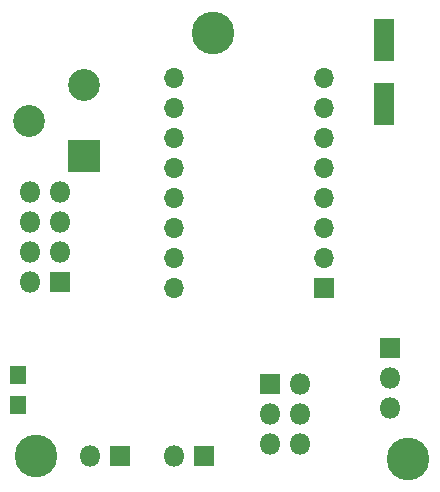
<source format=gbr>
G04 #@! TF.FileFunction,Soldermask,Top*
%FSLAX46Y46*%
G04 Gerber Fmt 4.6, Leading zero omitted, Abs format (unit mm)*
G04 Created by KiCad (PCBNEW 4.0.7) date 06/13/18 22:56:11*
%MOMM*%
%LPD*%
G01*
G04 APERTURE LIST*
%ADD10C,0.100000*%
%ADD11C,3.601600*%
%ADD12R,1.701600X1.701600*%
%ADD13O,1.701600X1.701600*%
%ADD14R,1.351600X1.601600*%
%ADD15R,1.701600X3.601600*%
%ADD16R,1.801600X1.801600*%
%ADD17O,1.801600X1.801600*%
%ADD18R,2.701600X2.701600*%
%ADD19C,2.701600*%
G04 APERTURE END LIST*
D10*
D11*
X152654000Y-81026000D03*
X169164000Y-117094000D03*
X137668000Y-116840000D03*
D12*
X162052000Y-102616000D03*
D13*
X149352000Y-84836000D03*
X162052000Y-100076000D03*
X149352000Y-87376000D03*
X162052000Y-97536000D03*
X149352000Y-89916000D03*
X162052000Y-94996000D03*
X149352000Y-92456000D03*
X162052000Y-92456000D03*
X149352000Y-94996000D03*
X162052000Y-89916000D03*
X149352000Y-97536000D03*
X162052000Y-87376000D03*
X149352000Y-100076000D03*
X162052000Y-84836000D03*
X149352000Y-102616000D03*
D14*
X136144000Y-110002000D03*
X136144000Y-112502000D03*
D15*
X167132000Y-81628000D03*
X167132000Y-87028000D03*
D16*
X139700000Y-102108000D03*
D17*
X137160000Y-102108000D03*
X139700000Y-99568000D03*
X137160000Y-99568000D03*
X139700000Y-97028000D03*
X137160000Y-97028000D03*
X139700000Y-94488000D03*
X137160000Y-94488000D03*
D16*
X157480000Y-110744000D03*
D17*
X160020000Y-110744000D03*
X157480000Y-113284000D03*
X160020000Y-113284000D03*
X157480000Y-115824000D03*
X160020000Y-115824000D03*
D18*
X141732000Y-91440000D03*
D19*
X141732000Y-85440000D03*
X137032000Y-88440000D03*
D16*
X151892000Y-116840000D03*
D17*
X149352000Y-116840000D03*
D16*
X144780000Y-116840000D03*
D17*
X142240000Y-116840000D03*
D16*
X167640000Y-107696000D03*
D17*
X167640000Y-110236000D03*
X167640000Y-112776000D03*
M02*

</source>
